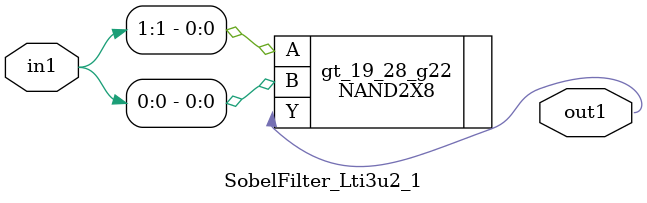
<source format=v>
`timescale 1ps / 1ps


module SobelFilter_Lti3u2_1(in1, out1);
  input [1:0] in1;
  output out1;
  wire [1:0] in1;
  wire out1;
  NAND2X8 gt_19_28_g22(.A (in1[1]), .B (in1[0]), .Y (out1));
endmodule



</source>
